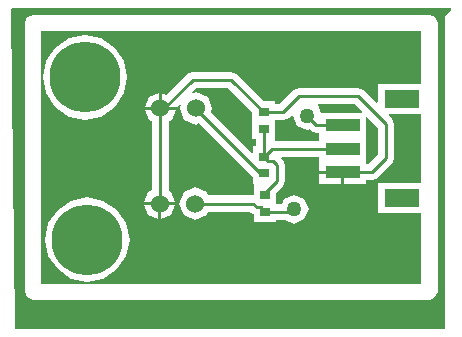
<source format=gtl>
%FSLAX23Y23*%
%MOIN*%
G70*
G01*
G75*
G04 Layer_Physical_Order=1*
G04 Layer_Color=255*
%ADD10R,0.035X0.031*%
%ADD11R,0.118X0.039*%
%ADD12R,0.118X0.059*%
%ADD13C,0.010*%
%ADD14C,0.060*%
%ADD15C,0.039*%
%ADD16C,0.236*%
%ADD17C,0.050*%
G36*
X1395Y940D02*
X1372Y917D01*
Y-124D01*
X-59D01*
X-73Y941D01*
X-69Y945D01*
X1393D01*
X1395Y940D01*
D02*
G37*
%LPC*%
G36*
X1322Y924D02*
X0D01*
X-19Y916D01*
X-27Y897D01*
Y0D01*
X-19Y-19D01*
X0Y-27D01*
X1322D01*
X1341Y-19D01*
X1349Y0D01*
Y897D01*
X1341Y916D01*
X1322Y924D01*
D02*
G37*
%LPD*%
G36*
X731Y599D02*
Y564D01*
Y509D01*
X742D01*
Y486D01*
X733D01*
Y464D01*
X728Y462D01*
X592Y598D01*
X597Y611D01*
X582Y649D01*
X543Y665D01*
X533Y661D01*
X530Y665D01*
X545Y680D01*
X650D01*
X731Y599D01*
D02*
G37*
G36*
X1151Y547D02*
Y458D01*
X1118Y425D01*
X1111D01*
Y437D01*
Y516D01*
Y581D01*
X1115Y583D01*
X1151Y547D01*
D02*
G37*
G36*
X866Y587D02*
Y587D01*
X866Y587D01*
X880Y552D01*
X914Y538D01*
X922Y541D01*
X926Y536D01*
X926Y536D01*
X926Y536D01*
D01*
X926Y536D01*
X926Y536D01*
X945Y529D01*
X953D01*
Y516D01*
Y504D01*
X806D01*
Y509D01*
X806D01*
Y564D01*
Y572D01*
X834D01*
X853Y580D01*
X862Y589D01*
X866Y587D01*
D02*
G37*
G36*
X1098Y600D02*
X1096Y595D01*
X959D01*
X949Y621D01*
Y621D01*
Y621D01*
X950Y625D01*
X1072D01*
X1098Y600D01*
D02*
G37*
G36*
X1295Y692D02*
X1150D01*
Y631D01*
X1145Y630D01*
X1103Y672D01*
X1084Y680D01*
X887D01*
X887Y680D01*
X868Y672D01*
X822Y626D01*
X806D01*
Y635D01*
X771D01*
X681Y726D01*
X661Y734D01*
X533D01*
X533Y734D01*
X520Y728D01*
X514Y726D01*
X514Y726D01*
X445Y657D01*
X430Y663D01*
Y616D01*
X481D01*
X489Y624D01*
X493Y621D01*
X489Y611D01*
X505Y573D01*
X543Y557D01*
X552Y561D01*
X733Y380D01*
Y359D01*
X736D01*
Y358D01*
X736D01*
Y324D01*
X732Y321D01*
X583D01*
X579Y333D01*
X540Y348D01*
X502Y333D01*
X486Y294D01*
X502Y256D01*
X540Y240D01*
X579Y256D01*
X583Y267D01*
X721D01*
X726Y262D01*
X726Y262D01*
X732Y260D01*
X736Y258D01*
Y231D01*
X811D01*
Y240D01*
X839D01*
X870Y227D01*
X905Y241D01*
X919Y276D01*
X905Y310D01*
X870Y324D01*
X836Y310D01*
X829Y294D01*
X811D01*
Y328D01*
X833Y349D01*
X840Y369D01*
Y421D01*
X833Y440D01*
X833Y440D01*
X827Y445D01*
X829Y450D01*
X953D01*
Y437D01*
Y403D01*
X1032D01*
Y398D01*
X1037D01*
Y358D01*
X1111D01*
Y371D01*
X1129D01*
X1149Y379D01*
X1197Y428D01*
X1197Y428D01*
X1200Y433D01*
X1205Y447D01*
X1205Y447D01*
Y558D01*
X1197Y577D01*
X1186Y588D01*
X1188Y593D01*
X1295D01*
Y361D01*
X1150D01*
Y262D01*
X1295D01*
Y27D01*
X27D01*
Y870D01*
X1295D01*
Y692D01*
D02*
G37*
%LPC*%
G36*
X417Y289D02*
X370D01*
X384Y256D01*
X417Y242D01*
Y289D01*
D02*
G37*
G36*
X181Y315D02*
X127Y304D01*
X82Y274D01*
X51Y228D01*
X40Y174D01*
X51Y120D01*
X82Y75D01*
X127Y44D01*
X181Y33D01*
X235Y44D01*
X281Y75D01*
X311Y120D01*
X322Y174D01*
X311Y228D01*
X281Y274D01*
X235Y304D01*
X181Y315D01*
D02*
G37*
G36*
X420Y663D02*
X387Y649D01*
X373Y616D01*
X420D01*
Y663D01*
D02*
G37*
G36*
X1027Y393D02*
X953D01*
Y358D01*
X1027D01*
Y393D01*
D02*
G37*
G36*
X174Y855D02*
X120Y845D01*
X75Y814D01*
X44Y768D01*
X33Y715D01*
X44Y661D01*
X75Y615D01*
X120Y584D01*
X174Y574D01*
X228Y584D01*
X274Y615D01*
X304Y661D01*
X315Y715D01*
X304Y768D01*
X274Y814D01*
X228Y845D01*
X174Y855D01*
D02*
G37*
G36*
X474Y289D02*
X427D01*
Y242D01*
X461Y256D01*
X474Y289D01*
D02*
G37*
G36*
X477Y606D02*
X373D01*
X387Y573D01*
X398Y568D01*
Y338D01*
X384Y333D01*
X370Y299D01*
X474D01*
X461Y333D01*
X452Y336D01*
Y568D01*
X463Y573D01*
X477Y606D01*
D02*
G37*
%LPD*%
D10*
X769Y599D02*
D03*
Y544D02*
D03*
X774Y322D02*
D03*
Y267D02*
D03*
X771Y450D02*
D03*
Y395D02*
D03*
D11*
X1032Y556D02*
D03*
Y477D02*
D03*
Y398D02*
D03*
D12*
X1229Y642D02*
D03*
Y311D02*
D03*
D13*
X798Y477D02*
X1032D01*
X771Y450D02*
X798Y477D01*
X774Y322D02*
Y329D01*
X813Y369D02*
Y421D01*
X799Y435D02*
X813Y421D01*
X785Y435D02*
X799D01*
X771Y450D02*
X785Y435D01*
X425Y611D02*
X438D01*
X533Y707D01*
X661D01*
X769Y599D01*
X425Y297D02*
Y611D01*
X422Y294D02*
X425Y297D01*
X540Y294D02*
X732D01*
X746Y281D01*
X759D01*
X774Y267D02*
Y270D01*
X759Y281D02*
X774Y267D01*
Y329D02*
X813Y369D01*
X543Y608D02*
Y611D01*
Y608D02*
X757Y395D01*
X771D01*
X769Y452D02*
Y544D01*
Y599D02*
X834D01*
X887Y653D01*
X1084D01*
X1178Y558D01*
Y447D02*
Y558D01*
X1129Y398D02*
X1178Y447D01*
X1032Y398D02*
X1129D01*
X945Y556D02*
X1032D01*
X914Y587D02*
X945Y556D01*
X774Y267D02*
X861D01*
X870Y276D01*
D14*
X425Y611D02*
D03*
X543D02*
D03*
X540Y294D02*
D03*
X422D02*
D03*
D15*
X112Y777D02*
D03*
X237D02*
D03*
X174Y803D02*
D03*
X86Y715D02*
D03*
X112Y652D02*
D03*
X174Y626D02*
D03*
X237Y652D02*
D03*
X263Y715D02*
D03*
X270Y174D02*
D03*
X244Y112D02*
D03*
X181Y86D02*
D03*
X118Y112D02*
D03*
X93Y174D02*
D03*
X181Y263D02*
D03*
X244Y237D02*
D03*
X118D02*
D03*
D16*
X174Y715D02*
D03*
X181Y174D02*
D03*
D17*
X914Y587D02*
D03*
X870Y276D02*
D03*
M02*

</source>
